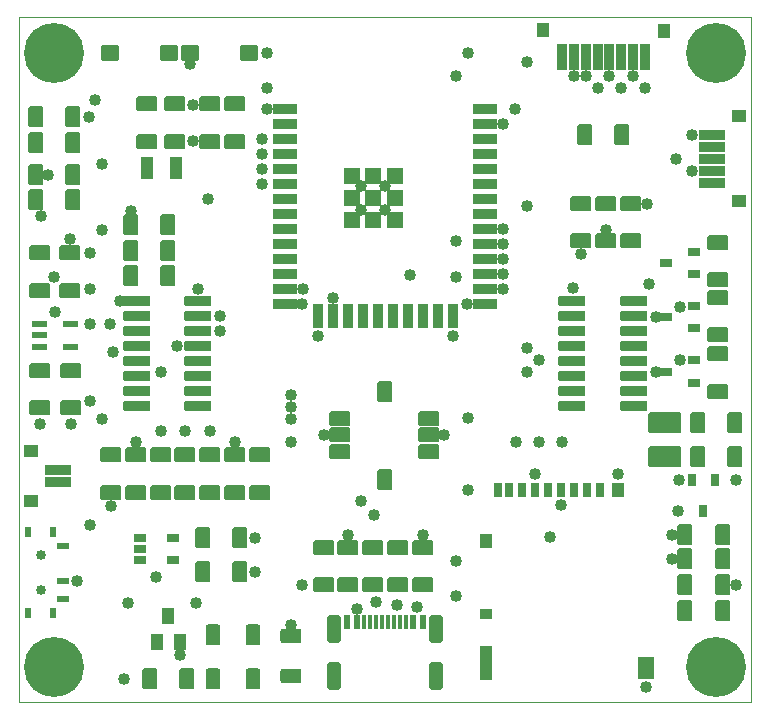
<source format=gbr>
G04 PROTEUS GERBER X2 FILE*
%TF.GenerationSoftware,Labcenter,Proteus,8.17-SP5-Build39395*%
%TF.CreationDate,2024-11-13T15:27:42+00:00*%
%TF.FileFunction,Soldermask,Top*%
%TF.FilePolarity,Negative*%
%TF.Part,Single*%
%TF.SameCoordinates,{0a1d241a-e0a6-4a76-8978-5e44ef8297c2}*%
%FSLAX45Y45*%
%MOMM*%
G01*
%TA.AperFunction,Material*%
%ADD55C,1.016000*%
%AMPPAD050*
4,1,4,
-0.295000,0.575000,
0.295000,0.575000,
0.295000,-0.575000,
-0.295000,-0.575000,
-0.295000,0.575000,
0*%
%TA.AperFunction,Material*%
%ADD56PPAD050*%
%AMPPAD051*
4,1,4,
-0.150000,0.575000,
0.150000,0.575000,
0.150000,-0.575000,
-0.150000,-0.575000,
-0.150000,0.575000,
0*%
%ADD57PPAD051*%
%AMPPAD052*
4,1,36,
-0.195200,1.227000,
0.195200,1.227000,
0.282210,1.218230,
0.363260,1.193060,
0.436600,1.153240,
0.500510,1.100510,
0.553240,1.036600,
0.593060,0.963260,
0.618230,0.882210,
0.627000,0.795200,
0.627000,-0.795200,
0.618230,-0.882210,
0.593060,-0.963260,
0.553240,-1.036600,
0.500510,-1.100510,
0.436600,-1.153240,
0.363260,-1.193060,
0.282210,-1.218230,
0.195200,-1.227000,
-0.195200,-1.227000,
-0.282210,-1.218230,
-0.363260,-1.193060,
-0.436600,-1.153240,
-0.500510,-1.100510,
-0.553240,-1.036600,
-0.593060,-0.963260,
-0.618230,-0.882210,
-0.627000,-0.795200,
-0.627000,0.795200,
-0.618230,0.882210,
-0.593060,0.963260,
-0.553240,1.036600,
-0.500510,1.100510,
-0.436600,1.153240,
-0.363260,1.193060,
-0.282210,1.218230,
-0.195200,1.227000,
0*%
%ADD58PPAD052*%
%AMPPAD053*
4,1,36,
0.444500,-0.889000,
-0.444500,-0.889000,
-0.470090,-0.886420,
-0.493930,-0.879020,
-0.515500,-0.867310,
-0.534300,-0.851800,
-0.549810,-0.833000,
-0.561520,-0.811430,
-0.568920,-0.787590,
-0.571500,-0.762000,
-0.571500,0.762000,
-0.568920,0.787590,
-0.561520,0.811430,
-0.549810,0.833000,
-0.534300,0.851800,
-0.515500,0.867310,
-0.493930,0.879020,
-0.470090,0.886420,
-0.444500,0.889000,
0.444500,0.889000,
0.470090,0.886420,
0.493930,0.879020,
0.515500,0.867310,
0.534300,0.851800,
0.549810,0.833000,
0.561520,0.811430,
0.568920,0.787590,
0.571500,0.762000,
0.571500,-0.762000,
0.568920,-0.787590,
0.561520,-0.811430,
0.549810,-0.833000,
0.534300,-0.851800,
0.515500,-0.867310,
0.493930,-0.879020,
0.470090,-0.886420,
0.444500,-0.889000,
0*%
%TA.AperFunction,Material*%
%ADD59PPAD053*%
%AMPPAD054*
4,1,4,
-0.546100,-0.304800,
-0.546100,0.304800,
0.546100,0.304800,
0.546100,-0.304800,
-0.546100,-0.304800,
0*%
%TA.AperFunction,Material*%
%ADD60PPAD054*%
%AMPPAD055*
4,1,4,
-1.000000,0.450000,
1.000000,0.450000,
1.000000,-0.450000,
-1.000000,-0.450000,
-1.000000,0.450000,
0*%
%TA.AperFunction,Material*%
%ADD61PPAD055*%
%AMPPAD056*
4,1,4,
-0.450000,1.000000,
0.450000,1.000000,
0.450000,-1.000000,
-0.450000,-1.000000,
-0.450000,1.000000,
0*%
%ADD62PPAD056*%
%AMPPAD057*
4,1,4,
-0.665000,0.665000,
0.665000,0.665000,
0.665000,-0.665000,
-0.665000,-0.665000,
-0.665000,0.665000,
0*%
%ADD63PPAD057*%
%AMPPAD058*
4,1,36,
-1.143000,-0.317500,
-1.143000,0.317500,
-1.140420,0.343090,
-1.133020,0.366930,
-1.121310,0.388500,
-1.105800,0.407300,
-1.087000,0.422810,
-1.065430,0.434520,
-1.041590,0.441920,
-1.016000,0.444500,
1.016000,0.444500,
1.041590,0.441920,
1.065430,0.434520,
1.087000,0.422810,
1.105800,0.407300,
1.121310,0.388500,
1.133020,0.366930,
1.140420,0.343090,
1.143000,0.317500,
1.143000,-0.317500,
1.140420,-0.343090,
1.133020,-0.366930,
1.121310,-0.388500,
1.105800,-0.407300,
1.087000,-0.422810,
1.065430,-0.434520,
1.041590,-0.441920,
1.016000,-0.444500,
-1.016000,-0.444500,
-1.041590,-0.441920,
-1.065430,-0.434520,
-1.087000,-0.422810,
-1.105800,-0.407300,
-1.121310,-0.388500,
-1.133020,-0.366930,
-1.140420,-0.343090,
-1.143000,-0.317500,
0*%
%TA.AperFunction,Material*%
%ADD64PPAD058*%
%AMPPAD059*
4,1,36,
-0.889000,-0.508000,
-0.889000,0.508000,
-0.886420,0.533590,
-0.879020,0.557430,
-0.867310,0.579000,
-0.851800,0.597800,
-0.833000,0.613310,
-0.811430,0.625020,
-0.787590,0.632420,
-0.762000,0.635000,
0.762000,0.635000,
0.787590,0.632420,
0.811430,0.625020,
0.833000,0.613310,
0.851800,0.597800,
0.867310,0.579000,
0.879020,0.557430,
0.886420,0.533590,
0.889000,0.508000,
0.889000,-0.508000,
0.886420,-0.533590,
0.879020,-0.557430,
0.867310,-0.579000,
0.851800,-0.597800,
0.833000,-0.613310,
0.811430,-0.625020,
0.787590,-0.632420,
0.762000,-0.635000,
-0.762000,-0.635000,
-0.787590,-0.632420,
-0.811430,-0.625020,
-0.833000,-0.613310,
-0.851800,-0.597800,
-0.867310,-0.579000,
-0.879020,-0.557430,
-0.886420,-0.533590,
-0.889000,-0.508000,
0*%
%TA.AperFunction,Material*%
%ADD65PPAD059*%
%AMPPAD060*
4,1,36,
-0.508000,0.889000,
0.508000,0.889000,
0.533590,0.886420,
0.557430,0.879020,
0.579000,0.867310,
0.597800,0.851800,
0.613310,0.833000,
0.625020,0.811430,
0.632420,0.787590,
0.635000,0.762000,
0.635000,-0.762000,
0.632420,-0.787590,
0.625020,-0.811430,
0.613310,-0.833000,
0.597800,-0.851800,
0.579000,-0.867310,
0.557430,-0.879020,
0.533590,-0.886420,
0.508000,-0.889000,
-0.508000,-0.889000,
-0.533590,-0.886420,
-0.557430,-0.879020,
-0.579000,-0.867310,
-0.597800,-0.851800,
-0.613310,-0.833000,
-0.625020,-0.811430,
-0.632420,-0.787590,
-0.635000,-0.762000,
-0.635000,0.762000,
-0.632420,0.787590,
-0.625020,0.811430,
-0.613310,0.833000,
-0.597800,0.851800,
-0.579000,0.867310,
-0.557430,0.879020,
-0.533590,0.886420,
-0.508000,0.889000,
0*%
%TA.AperFunction,Material*%
%ADD66PPAD060*%
%AMPPAD061*
4,1,4,
-0.350000,0.600000,
0.350000,0.600000,
0.350000,-0.600000,
-0.350000,-0.600000,
-0.350000,0.600000,
0*%
%TA.AperFunction,Material*%
%ADD67PPAD061*%
%AMPPAD062*
4,1,4,
-0.500000,0.600000,
0.500000,0.600000,
0.500000,-0.600000,
-0.500000,-0.600000,
-0.500000,0.600000,
0*%
%ADD68PPAD062*%
%AMPPAD063*
4,1,4,
-0.500000,1.400000,
0.500000,1.400000,
0.500000,-1.400000,
-0.500000,-1.400000,
-0.500000,1.400000,
0*%
%ADD69PPAD063*%
%AMPPAD064*
4,1,4,
-0.650000,0.949960,
0.650000,0.949960,
0.650000,-0.949960,
-0.650000,-0.949960,
-0.650000,0.949960,
0*%
%ADD74PPAD064*%
%AMPPAD065*
4,1,4,
-0.500000,0.400050,
0.500000,0.400050,
0.500000,-0.400050,
-0.500000,-0.400050,
-0.500000,0.400050,
0*%
%ADD75PPAD065*%
%AMPPAD066*
4,1,4,
0.500000,0.250000,
0.500000,-0.250000,
-0.500000,-0.250000,
-0.500000,0.250000,
0.500000,0.250000,
0*%
%TA.AperFunction,Material*%
%ADD76PPAD066*%
%ADD77C,0.850000*%
%AMPPAD068*
4,1,4,
0.250000,0.400000,
0.250000,-0.400000,
-0.250000,-0.400000,
-0.250000,0.400000,
0.250000,0.400000,
0*%
%ADD78PPAD068*%
%AMPPAD069*
4,1,36,
-1.127000,-0.300000,
-1.127000,0.300000,
-1.124420,0.325590,
-1.117020,0.349430,
-1.105310,0.371000,
-1.089800,0.389800,
-1.071000,0.405310,
-1.049430,0.417020,
-1.025590,0.424420,
-1.000000,0.427000,
1.000000,0.427000,
1.025590,0.424420,
1.049430,0.417020,
1.071000,0.405310,
1.089800,0.389800,
1.105310,0.371000,
1.117020,0.349430,
1.124420,0.325590,
1.127000,0.300000,
1.127000,-0.300000,
1.124420,-0.325590,
1.117020,-0.349430,
1.105310,-0.371000,
1.089800,-0.389800,
1.071000,-0.405310,
1.049430,-0.417020,
1.025590,-0.424420,
1.000000,-0.427000,
-1.000000,-0.427000,
-1.025590,-0.424420,
-1.049430,-0.417020,
-1.071000,-0.405310,
-1.089800,-0.389800,
-1.105310,-0.371000,
-1.117020,-0.349430,
-1.124420,-0.325590,
-1.127000,-0.300000,
0*%
%TA.AperFunction,Material*%
%ADD79PPAD069*%
%AMPPAD070*
4,1,36,
-0.627000,-0.375000,
-0.627000,0.375000,
-0.624420,0.400590,
-0.617020,0.424430,
-0.605310,0.446000,
-0.589800,0.464800,
-0.571000,0.480310,
-0.549430,0.492020,
-0.525590,0.499420,
-0.500000,0.502000,
0.500000,0.502000,
0.525590,0.499420,
0.549430,0.492020,
0.571000,0.480310,
0.589800,0.464800,
0.605310,0.446000,
0.617020,0.424430,
0.624420,0.400590,
0.627000,0.375000,
0.627000,-0.375000,
0.624420,-0.400590,
0.617020,-0.424430,
0.605310,-0.446000,
0.589800,-0.464800,
0.571000,-0.480310,
0.549430,-0.492020,
0.525590,-0.499420,
0.500000,-0.502000,
-0.500000,-0.502000,
-0.525590,-0.499420,
-0.549430,-0.492020,
-0.571000,-0.480310,
-0.589800,-0.464800,
-0.605310,-0.446000,
-0.617020,-0.424430,
-0.624420,-0.400590,
-0.627000,-0.375000,
0*%
%ADD80PPAD070*%
%TA.AperFunction,Material*%
%ADD81C,5.080000*%
%AMPPAD072*
4,1,4,
-0.500000,0.700000,
0.500000,0.700000,
0.500000,-0.700000,
-0.500000,-0.700000,
-0.500000,0.700000,
0*%
%TA.AperFunction,Material*%
%ADD82PPAD072*%
%AMPPAD073*
4,1,4,
-0.635000,0.279400,
0.635000,0.279400,
0.635000,-0.279400,
-0.635000,-0.279400,
-0.635000,0.279400,
0*%
%TA.AperFunction,Material*%
%ADD83PPAD073*%
%AMPPAD074*
4,1,36,
0.625000,-0.677000,
-0.625000,-0.677000,
-0.650590,-0.674420,
-0.674430,-0.667020,
-0.696000,-0.655310,
-0.714800,-0.639800,
-0.730310,-0.621000,
-0.742020,-0.599430,
-0.749420,-0.575590,
-0.752000,-0.550000,
-0.752000,0.550000,
-0.749420,0.575590,
-0.742020,0.599430,
-0.730310,0.621000,
-0.714800,0.639800,
-0.696000,0.655310,
-0.674430,0.667020,
-0.650590,0.674420,
-0.625000,0.677000,
0.625000,0.677000,
0.650590,0.674420,
0.674430,0.667020,
0.696000,0.655310,
0.714800,0.639800,
0.730310,0.621000,
0.742020,0.599430,
0.749420,0.575590,
0.752000,0.550000,
0.752000,-0.550000,
0.749420,-0.575590,
0.742020,-0.599430,
0.730310,-0.621000,
0.714800,-0.639800,
0.696000,-0.655310,
0.674430,-0.667020,
0.650590,-0.674420,
0.625000,-0.677000,
0*%
%TA.AperFunction,Material*%
%ADD84PPAD074*%
%AMPPAD075*
4,1,4,
-0.500000,0.900000,
0.500000,0.900000,
0.500000,-0.900000,
-0.500000,-0.900000,
-0.500000,0.900000,
0*%
%ADD85PPAD075*%
%AMPPAD076*
4,1,4,
0.469900,0.304800,
0.469900,-0.304800,
-0.469900,-0.304800,
-0.469900,0.304800,
0.469900,0.304800,
0*%
%TA.AperFunction,Material*%
%ADD86PPAD076*%
%AMPPAD077*
4,1,4,
0.350000,-0.500000,
-0.350000,-0.500000,
-0.350000,0.500000,
0.350000,0.500000,
0.350000,-0.500000,
0*%
%ADD87PPAD077*%
%AMPPAD078*
4,1,36,
1.397000,0.762000,
1.397000,-0.762000,
1.394420,-0.787590,
1.387020,-0.811430,
1.375310,-0.833000,
1.359800,-0.851800,
1.341000,-0.867310,
1.319430,-0.879020,
1.295590,-0.886420,
1.270000,-0.889000,
-1.270000,-0.889000,
-1.295590,-0.886420,
-1.319430,-0.879020,
-1.341000,-0.867310,
-1.359800,-0.851800,
-1.375310,-0.833000,
-1.387020,-0.811430,
-1.394420,-0.787590,
-1.397000,-0.762000,
-1.397000,0.762000,
-1.394420,0.787590,
-1.387020,0.811430,
-1.375310,0.833000,
-1.359800,0.851800,
-1.341000,0.867310,
-1.319430,0.879020,
-1.295590,0.886420,
-1.270000,0.889000,
1.270000,0.889000,
1.295590,0.886420,
1.319430,0.879020,
1.341000,0.867310,
1.359800,0.851800,
1.375310,0.833000,
1.387020,0.811430,
1.394420,0.787590,
1.397000,0.762000,
0*%
%TA.AperFunction,Material*%
%ADD88PPAD078*%
%AMPPAD079*
4,1,36,
-0.300000,1.127000,
0.300000,1.127000,
0.325590,1.124420,
0.349430,1.117020,
0.371000,1.105310,
0.389800,1.089800,
0.405310,1.071000,
0.417020,1.049430,
0.424420,1.025590,
0.427000,1.000000,
0.427000,-1.000000,
0.424420,-1.025590,
0.417020,-1.049430,
0.405310,-1.071000,
0.389800,-1.089800,
0.371000,-1.105310,
0.349430,-1.117020,
0.325590,-1.124420,
0.300000,-1.127000,
-0.300000,-1.127000,
-0.325590,-1.124420,
-0.349430,-1.117020,
-0.371000,-1.105310,
-0.389800,-1.089800,
-0.405310,-1.071000,
-0.417020,-1.049430,
-0.424420,-1.025590,
-0.427000,-1.000000,
-0.427000,1.000000,
-0.424420,1.025590,
-0.417020,1.049430,
-0.405310,1.071000,
-0.389800,1.089800,
-0.371000,1.105310,
-0.349430,1.117020,
-0.325590,1.124420,
-0.300000,1.127000,
0*%
%TA.AperFunction,Material*%
%ADD89PPAD079*%
%AMPPAD080*
4,1,36,
-0.375000,0.627000,
0.375000,0.627000,
0.400590,0.624420,
0.424430,0.617020,
0.446000,0.605310,
0.464800,0.589800,
0.480310,0.571000,
0.492020,0.549430,
0.499420,0.525590,
0.502000,0.500000,
0.502000,-0.500000,
0.499420,-0.525590,
0.492020,-0.549430,
0.480310,-0.571000,
0.464800,-0.589800,
0.446000,-0.605310,
0.424430,-0.617020,
0.400590,-0.624420,
0.375000,-0.627000,
-0.375000,-0.627000,
-0.400590,-0.624420,
-0.424430,-0.617020,
-0.446000,-0.605310,
-0.464800,-0.589800,
-0.480310,-0.571000,
-0.492020,-0.549430,
-0.499420,-0.525590,
-0.502000,-0.500000,
-0.502000,0.500000,
-0.499420,0.525590,
-0.492020,0.549430,
-0.480310,0.571000,
-0.464800,0.589800,
-0.446000,0.605310,
-0.424430,0.617020,
-0.400590,0.624420,
-0.375000,0.627000,
0*%
%ADD90PPAD080*%
%AMPPAD081*
4,1,36,
0.889000,0.444500,
0.889000,-0.444500,
0.886420,-0.470090,
0.879020,-0.493930,
0.867310,-0.515500,
0.851800,-0.534300,
0.833000,-0.549810,
0.811430,-0.561520,
0.787590,-0.568920,
0.762000,-0.571500,
-0.762000,-0.571500,
-0.787590,-0.568920,
-0.811430,-0.561520,
-0.833000,-0.549810,
-0.851800,-0.534300,
-0.867310,-0.515500,
-0.879020,-0.493930,
-0.886420,-0.470090,
-0.889000,-0.444500,
-0.889000,0.444500,
-0.886420,0.470090,
-0.879020,0.493930,
-0.867310,0.515500,
-0.851800,0.534300,
-0.833000,0.549810,
-0.811430,0.561520,
-0.787590,0.568920,
-0.762000,0.571500,
0.762000,0.571500,
0.787590,0.568920,
0.811430,0.561520,
0.833000,0.549810,
0.851800,0.534300,
0.867310,0.515500,
0.879020,0.493930,
0.886420,0.470090,
0.889000,0.444500,
0*%
%TA.AperFunction,Material*%
%ADD91PPAD081*%
%TA.AperFunction,Profile*%
%ADD43C,0.101600*%
%TD.AperFunction*%
D55*
X-7939907Y+5384997D03*
X-7940252Y+5511980D03*
X-8300234Y+4272345D03*
X-8300122Y+4144942D03*
X-8800000Y+3300000D03*
X-8800000Y+3800000D03*
X-8398114Y+5257935D03*
X-9700000Y+4600000D03*
X-5899936Y+4623438D03*
X-9300000Y+5000000D03*
X-4800000Y+6300000D03*
X-5900000Y+5893081D03*
X-6900000Y+5170000D03*
X-6900000Y+5370000D03*
X-7600273Y+4368634D03*
X-7100000Y+5170000D03*
X-7100000Y+5370000D03*
X-5000000Y+6300000D03*
X-5900268Y+4876823D03*
X-9300000Y+5560000D03*
X-5200000Y+6300000D03*
X-8640000Y+1400000D03*
X-9509072Y+2024082D03*
X-7599158Y+4496077D03*
X-5412946Y+2669540D03*
X-7100000Y+2700000D03*
X-6400000Y+3260000D03*
X-6990286Y+2589199D03*
X-5500000Y+2400000D03*
X-9300000Y+3400000D03*
X-9225712Y+4200452D03*
X-9147318Y+4400097D03*
X-7940155Y+5639069D03*
X-9400000Y+4200000D03*
X-9400000Y+4500000D03*
X-9400000Y+4800000D03*
X-9812491Y+5113161D03*
X-9360000Y+6100000D03*
X-5100000Y+6200000D03*
X-4900000Y+6200000D03*
X-5900000Y+4750000D03*
X-5900489Y+4495974D03*
X-4700000Y+6200000D03*
X-4610000Y+3800000D03*
X-6327783Y+4099684D03*
X-5400000Y+3200000D03*
X-5600000Y+3900000D03*
X-5700000Y+5200000D03*
X-5790000Y+3200000D03*
X-5700000Y+4000000D03*
X-5600000Y+3200000D03*
X-5700000Y+3800000D03*
X-5900000Y+5004000D03*
X-7700000Y+3600000D03*
X-4402318Y+3898946D03*
X-4402447Y+4349596D03*
X-4664053Y+4543324D03*
X-7939864Y+5765983D03*
X-4610000Y+4261362D03*
X-5241263Y+4798737D03*
X-4440000Y+5600000D03*
X-4420000Y+2620000D03*
X-5313169Y+4509120D03*
X-6200000Y+2800000D03*
X-6200000Y+3402711D03*
X-8500000Y+1840000D03*
X-9080002Y+1840000D03*
X-9400000Y+2500000D03*
X-9400000Y+3552861D03*
X-7700000Y+3500000D03*
X-8590000Y+3300000D03*
X-7700000Y+3400000D03*
X-8380000Y+3300000D03*
X-7700000Y+3200000D03*
X-9010000Y+3200000D03*
X-9200000Y+3963845D03*
X-8170000Y+3200000D03*
X-7600000Y+1990000D03*
X-7700000Y+1650000D03*
X-4300000Y+5500000D03*
X-5030000Y+5000000D03*
X-7344572Y+4420036D03*
X-6690000Y+4620000D03*
X-6973453Y+1851247D03*
X-6803120Y+1826880D03*
X-6300000Y+1900000D03*
X-4470000Y+2210000D03*
X-6630000Y+1810000D03*
X-7140000Y+1790000D03*
X-7900000Y+6500000D03*
X-6206739Y+4370000D03*
X-6300000Y+4600000D03*
X-6300000Y+4902540D03*
X-6300000Y+6300000D03*
X-6200000Y+6500000D03*
X-7900000Y+6200000D03*
X-5700000Y+6420000D03*
D56*
X-7220000Y+1680000D03*
X-7140000Y+1680000D03*
D57*
X-7025000Y+1680000D03*
X-6925000Y+1680000D03*
X-6875000Y+1680000D03*
X-6775000Y+1680000D03*
D56*
X-6580000Y+1680000D03*
X-6660000Y+1680000D03*
D57*
X-6724994Y+1680000D03*
X-6825000Y+1680000D03*
X-6975000Y+1680000D03*
X-7075006Y+1680000D03*
D58*
X-7332000Y+1223000D03*
X-7332000Y+1622990D03*
X-6468000Y+1622988D03*
X-6468000Y+1223000D03*
D59*
X-8018875Y+1570000D03*
X-8358875Y+1570000D03*
D60*
X-8975612Y+2391008D03*
X-8975612Y+2296008D03*
X-8975612Y+2201008D03*
X-8695612Y+2201008D03*
X-8695612Y+2391008D03*
D55*
X-8000000Y+2100000D03*
X-8835612Y+2061008D03*
D61*
X-7750000Y+6020000D03*
X-7750000Y+5893000D03*
X-7750000Y+5766000D03*
X-7750000Y+5639000D03*
X-7750000Y+5512000D03*
X-7750000Y+5385000D03*
X-7750000Y+5258000D03*
X-7750000Y+5131000D03*
X-7750000Y+5004000D03*
X-7750000Y+4877000D03*
X-7750000Y+4750000D03*
X-7750000Y+4623000D03*
X-7750000Y+4496000D03*
X-7750000Y+4369000D03*
D62*
X-7471500Y+4269000D03*
X-7344500Y+4269000D03*
X-7217500Y+4269000D03*
X-7090500Y+4269000D03*
X-6963500Y+4269000D03*
X-6836500Y+4269000D03*
X-6709500Y+4269000D03*
X-6582500Y+4269000D03*
X-6455500Y+4269000D03*
X-6328500Y+4269000D03*
D61*
X-6050000Y+4369000D03*
X-6050000Y+4496000D03*
X-6050000Y+4623000D03*
X-6050000Y+4750000D03*
X-6050000Y+4877000D03*
X-6050000Y+5004000D03*
X-6050000Y+5131000D03*
X-6050000Y+5258000D03*
X-6050000Y+5385000D03*
X-6050000Y+5512000D03*
X-6050000Y+5639000D03*
X-6050000Y+5766000D03*
X-6050000Y+5893000D03*
X-6050000Y+6020000D03*
D63*
X-7183000Y+5454000D03*
X-7000000Y+5454000D03*
X-6817000Y+5454000D03*
X-7183000Y+5270000D03*
X-7000000Y+5270000D03*
X-6817000Y+5270000D03*
X-7183000Y+5087000D03*
X-7000000Y+5087000D03*
X-6817000Y+5087000D03*
D55*
X-7900000Y+6020000D03*
D64*
X-5315350Y+4395000D03*
X-5315350Y+4268000D03*
X-5315350Y+4141000D03*
X-5315350Y+4014000D03*
X-5315350Y+3887000D03*
X-5315350Y+3760000D03*
X-5315350Y+3633000D03*
X-5315350Y+3506000D03*
X-4794650Y+3506000D03*
X-4794650Y+3633000D03*
X-4794650Y+3760000D03*
X-4794650Y+3887000D03*
X-4794650Y+4014000D03*
X-4794650Y+4141000D03*
X-4794650Y+4268000D03*
X-4794650Y+4395000D03*
D65*
X-6790000Y+1991170D03*
X-6790000Y+2306130D03*
X-7000000Y+1991170D03*
X-7000000Y+2306130D03*
X-5030000Y+4907520D03*
X-5030000Y+5222480D03*
X-5240000Y+4907520D03*
X-5240000Y+5222480D03*
X-7280000Y+3400000D03*
X-7280000Y+3260000D03*
X-7280000Y+3120000D03*
X-6530000Y+3400000D03*
X-6530000Y+3260000D03*
X-6530000Y+3120000D03*
D66*
X-6900000Y+3630000D03*
X-6900000Y+2880000D03*
D67*
X-5083000Y+2798000D03*
X-5193000Y+2798000D03*
X-5302000Y+2798000D03*
X-5413000Y+2798000D03*
X-5523000Y+2798000D03*
X-5632000Y+2798000D03*
X-5742000Y+2798000D03*
X-5852506Y+2798000D03*
D68*
X-6042498Y+2368000D03*
D69*
X-6042498Y+1332488D03*
D74*
X-4692488Y+1288000D03*
D68*
X-4927000Y+2798000D03*
D75*
X-6042498Y+1747000D03*
D67*
X-5947502Y+2798000D03*
D65*
X-6580000Y+1991170D03*
X-6580000Y+2306130D03*
X-7210000Y+1991170D03*
X-7210000Y+2306130D03*
D55*
X-6580000Y+2420000D03*
X-7210000Y+2420000D03*
D76*
X-9629120Y+2325000D03*
X-9629120Y+2025000D03*
X-9629120Y+1875000D03*
D77*
X-9814120Y+2250000D03*
X-9814120Y+1950000D03*
D78*
X-9709120Y+1755000D03*
X-9919120Y+1755000D03*
X-9919120Y+2445000D03*
X-9709120Y+2445000D03*
D79*
X-9671600Y+2863940D03*
D80*
X-9901600Y+2703940D03*
X-9901600Y+3123940D03*
D79*
X-9671600Y+2963940D03*
D81*
X-9700000Y+1300000D03*
X-9700000Y+6500000D03*
X-4100000Y+6500000D03*
X-4100000Y+1300000D03*
D82*
X-8829384Y+1513834D03*
X-8639392Y+1513834D03*
X-8734388Y+1733834D03*
D59*
X-8018875Y+1200000D03*
X-8358875Y+1200000D03*
D66*
X-8576908Y+1200000D03*
X-8891868Y+1200000D03*
D55*
X-9110000Y+1200000D03*
D66*
X-8445842Y+2101008D03*
X-8130882Y+2101008D03*
X-8445842Y+2391008D03*
X-8130882Y+2391008D03*
D55*
X-8000000Y+2390000D03*
D83*
X-9820000Y+4199020D03*
X-9820000Y+4105040D03*
X-9820000Y+4011060D03*
X-9560920Y+4011060D03*
X-9560920Y+4199020D03*
D55*
X-9690920Y+4301060D03*
D65*
X-9561840Y+3807205D03*
X-9561840Y+3492245D03*
D55*
X-9562760Y+3353050D03*
D65*
X-9570000Y+4485040D03*
X-9570000Y+4800000D03*
D55*
X-9570000Y+4921060D03*
D65*
X-9820000Y+4485040D03*
X-9820000Y+4800000D03*
X-9820920Y+3807205D03*
X-9820920Y+3492245D03*
D55*
X-9821840Y+3353050D03*
X-7470000Y+4100000D03*
D64*
X-8480000Y+3510000D03*
X-8480000Y+3637000D03*
X-8480000Y+3764000D03*
X-8480000Y+3891000D03*
X-8480000Y+4018000D03*
X-8480000Y+4145000D03*
X-8480000Y+4272000D03*
X-8480000Y+4399000D03*
X-9000700Y+4399000D03*
X-9000700Y+4272000D03*
X-9000700Y+4145000D03*
X-9000700Y+4018000D03*
X-9000700Y+3891000D03*
X-9000700Y+3764000D03*
X-9000700Y+3637000D03*
X-9000700Y+3510000D03*
D65*
X-8590000Y+2775660D03*
X-8590000Y+3090620D03*
X-8380000Y+2775660D03*
X-8380000Y+3090620D03*
X-8170000Y+2775660D03*
X-8170000Y+3090620D03*
X-7960000Y+2775660D03*
X-7960000Y+3090620D03*
X-9010000Y+2775660D03*
X-9010000Y+3090620D03*
X-8800000Y+2775660D03*
X-8800000Y+3090620D03*
D55*
X-8480000Y+4500000D03*
X-8660000Y+4020000D03*
D65*
X-9220000Y+3090620D03*
X-9220000Y+2775660D03*
D55*
X-9220000Y+2660000D03*
D66*
X-8735040Y+4820000D03*
X-9050000Y+4820000D03*
X-8735040Y+4610000D03*
X-9050000Y+4610000D03*
X-8735040Y+5040000D03*
X-9050000Y+5040000D03*
D65*
X-8170000Y+6062480D03*
X-8170000Y+5747520D03*
X-8385000Y+6062480D03*
X-8385000Y+5747520D03*
D66*
X-9857480Y+5250000D03*
X-9542520Y+5250000D03*
X-9542520Y+5460000D03*
X-9857480Y+5460000D03*
D84*
X-8730000Y+6500000D03*
X-9230000Y+6500000D03*
D66*
X-9857480Y+5953940D03*
X-9542520Y+5953940D03*
X-9542520Y+5738940D03*
X-9857480Y+5738940D03*
D84*
X-8550000Y+6500000D03*
X-8050000Y+6500000D03*
D66*
X-4357480Y+1770000D03*
X-4042520Y+1770000D03*
X-4357480Y+1990000D03*
X-4042520Y+1990000D03*
D55*
X-8530000Y+5750000D03*
D85*
X-8920000Y+5520000D03*
X-8670000Y+5520000D03*
D65*
X-8675000Y+5747520D03*
X-8675000Y+6062480D03*
X-8915000Y+5747520D03*
X-8915000Y+6062480D03*
D55*
X-8530000Y+6060000D03*
X-9410000Y+5953940D03*
X-9750000Y+5460000D03*
X-9050000Y+5160000D03*
D86*
X-4287484Y+3705000D03*
X-4287484Y+3895000D03*
X-4517484Y+3800000D03*
X-4287484Y+4165000D03*
X-4287484Y+4355000D03*
X-4517484Y+4260000D03*
X-4287484Y+4625000D03*
X-4287484Y+4815000D03*
X-4517484Y+4720000D03*
D65*
X-4077484Y+3945040D03*
X-4077484Y+3630080D03*
X-4077484Y+4420040D03*
X-4077484Y+4105080D03*
X-4077484Y+4890080D03*
X-4077484Y+4575120D03*
D87*
X-4110000Y+2880000D03*
X-4299992Y+2880000D03*
X-4204996Y+2620000D03*
D66*
X-4357480Y+2210000D03*
X-4042520Y+2210000D03*
X-4042520Y+2420000D03*
X-4357480Y+2420000D03*
X-4890000Y+5800000D03*
X-5204960Y+5800000D03*
D65*
X-4820000Y+4907520D03*
X-4820000Y+5222480D03*
D88*
X-4530000Y+3360000D03*
X-4530000Y+3080000D03*
D55*
X-4930000Y+2930000D03*
D66*
X-4250000Y+3360000D03*
X-3935040Y+3360000D03*
X-4250000Y+3080000D03*
X-3935040Y+3080000D03*
D89*
X-5400000Y+6464120D03*
X-5300000Y+6464120D03*
X-5200000Y+6464120D03*
X-5100000Y+6464120D03*
X-5000000Y+6464120D03*
X-4900000Y+6464120D03*
X-4800000Y+6464120D03*
X-4700000Y+6464120D03*
D90*
X-5560000Y+6694120D03*
X-4540000Y+6684120D03*
D55*
X-3930000Y+1990000D03*
X-4410000Y+2880000D03*
X-4470000Y+2420000D03*
X-6300000Y+2200000D03*
X-5630000Y+2930000D03*
X-8550000Y+6400000D03*
X-5300000Y+6300000D03*
X-5800000Y+6020000D03*
X-4690000Y+1130000D03*
D91*
X-7700000Y+1560000D03*
X-7700000Y+1220000D03*
D65*
X-7420000Y+1990000D03*
X-7420000Y+2304960D03*
D55*
X-3930000Y+2880000D03*
D79*
X-4130000Y+5800000D03*
X-4130000Y+5700000D03*
X-4130000Y+5600000D03*
X-4130000Y+5500000D03*
X-4130000Y+5400000D03*
D80*
X-3900000Y+5960000D03*
X-3900000Y+5240000D03*
D55*
X-4300000Y+5800000D03*
X-7420000Y+3260000D03*
X-4680000Y+5220000D03*
D43*
X-10000000Y+1000000D02*
X-3800000Y+1000000D01*
X-3800000Y+6800000D01*
X-10000000Y+6800000D01*
X-10000000Y+1000000D01*
M02*

</source>
